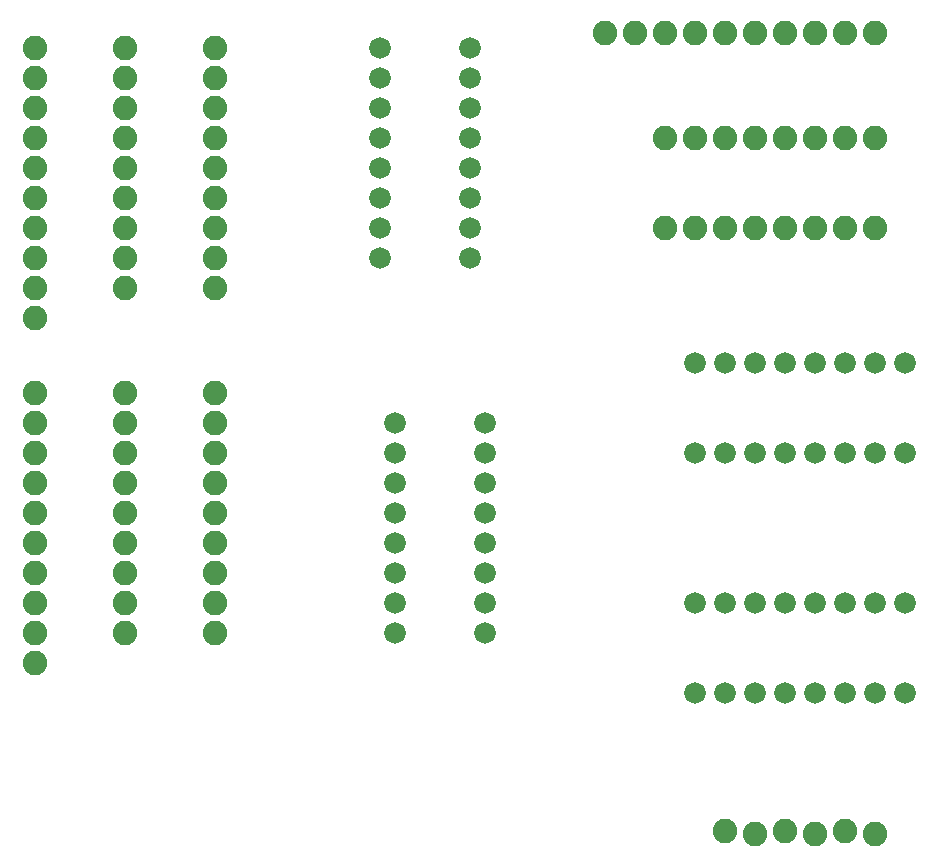
<source format=gbr>
G04 EAGLE Gerber RS-274X export*
G75*
%MOMM*%
%FSLAX34Y34*%
%LPD*%
%INSoldermask Top*%
%IPPOS*%
%AMOC8*
5,1,8,0,0,1.08239X$1,22.5*%
G01*
%ADD10C,2.082800*%
%ADD11C,1.828800*%


D10*
X50800Y711200D03*
X50800Y685800D03*
X50800Y660400D03*
X50800Y635000D03*
X50800Y609600D03*
X50800Y584200D03*
X50800Y558800D03*
X50800Y533400D03*
X50800Y508000D03*
X50800Y482600D03*
X50800Y419100D03*
X50800Y393700D03*
X50800Y368300D03*
X50800Y342900D03*
X50800Y317500D03*
X50800Y292100D03*
X50800Y266700D03*
X50800Y241300D03*
X50800Y215900D03*
X50800Y190500D03*
X762000Y723900D03*
X736600Y723900D03*
X711200Y723900D03*
X685800Y723900D03*
X660400Y723900D03*
X635000Y723900D03*
X609600Y723900D03*
X584200Y723900D03*
X558800Y723900D03*
X533400Y723900D03*
X762000Y45720D03*
X736600Y48260D03*
X711200Y45720D03*
X685800Y48260D03*
X660400Y45720D03*
X635000Y48260D03*
X203200Y419100D03*
X127000Y419100D03*
X203200Y711200D03*
X127000Y711200D03*
X203200Y685800D03*
X127000Y685800D03*
X203200Y660400D03*
X127000Y660400D03*
X203200Y635000D03*
X127000Y635000D03*
X203200Y609600D03*
X127000Y609600D03*
X127000Y508000D03*
X203200Y508000D03*
X203200Y584200D03*
X127000Y584200D03*
X203200Y558800D03*
X127000Y558800D03*
X127000Y533400D03*
X203200Y533400D03*
X762000Y558800D03*
X762000Y635000D03*
X203200Y393700D03*
X127000Y393700D03*
X736600Y558800D03*
X736600Y635000D03*
X711200Y558800D03*
X711200Y635000D03*
X685800Y558800D03*
X685800Y635000D03*
X660400Y558800D03*
X660400Y635000D03*
X635000Y558800D03*
X635000Y635000D03*
X584200Y635000D03*
X584200Y558800D03*
X609600Y635000D03*
X609600Y558800D03*
X203200Y368300D03*
X127000Y368300D03*
X203200Y342900D03*
X127000Y342900D03*
X203200Y317500D03*
X127000Y317500D03*
X203200Y292100D03*
X127000Y292100D03*
X203200Y266700D03*
X127000Y266700D03*
X203200Y241300D03*
X127000Y241300D03*
X127000Y215900D03*
X203200Y215900D03*
D11*
X355600Y393700D03*
X355600Y368300D03*
X355600Y342900D03*
X355600Y317500D03*
X355600Y292100D03*
X355600Y266700D03*
X355600Y241300D03*
X355600Y215900D03*
X431800Y215900D03*
X431800Y241300D03*
X431800Y266700D03*
X431800Y292100D03*
X431800Y317500D03*
X431800Y342900D03*
X431800Y368300D03*
X431800Y393700D03*
X342900Y711200D03*
X342900Y685800D03*
X342900Y660400D03*
X342900Y635000D03*
X342900Y609600D03*
X342900Y584200D03*
X342900Y558800D03*
X342900Y533400D03*
X419100Y533400D03*
X419100Y558800D03*
X419100Y584200D03*
X419100Y609600D03*
X419100Y635000D03*
X419100Y660400D03*
X419100Y685800D03*
X419100Y711200D03*
X787400Y444500D03*
X762000Y444500D03*
X736600Y444500D03*
X711200Y444500D03*
X685800Y444500D03*
X660400Y444500D03*
X635000Y444500D03*
X609600Y444500D03*
X609600Y368300D03*
X635000Y368300D03*
X660400Y368300D03*
X685800Y368300D03*
X711200Y368300D03*
X736600Y368300D03*
X762000Y368300D03*
X787400Y368300D03*
X787400Y241300D03*
X762000Y241300D03*
X736600Y241300D03*
X711200Y241300D03*
X685800Y241300D03*
X660400Y241300D03*
X635000Y241300D03*
X609600Y241300D03*
X609600Y165100D03*
X635000Y165100D03*
X660400Y165100D03*
X685800Y165100D03*
X711200Y165100D03*
X736600Y165100D03*
X762000Y165100D03*
X787400Y165100D03*
M02*

</source>
